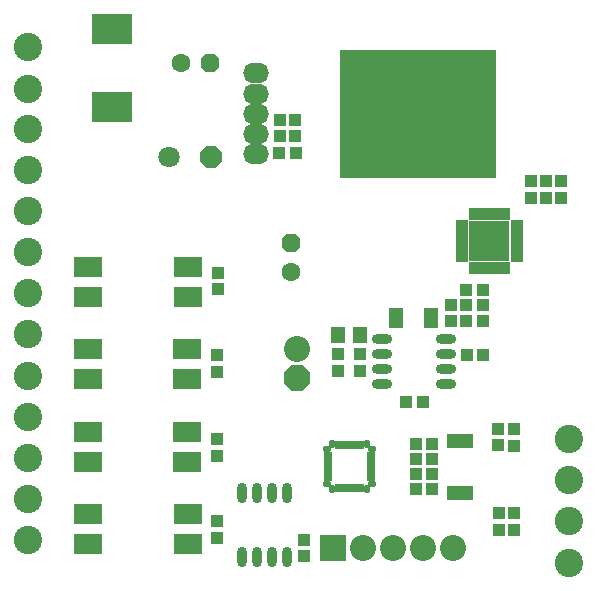
<source format=gts>
G04*
G04 #@! TF.GenerationSoftware,Altium Limited,Altium Designer,20.1.7 (139)*
G04*
G04 Layer_Color=8388736*
%FSLAX44Y44*%
%MOMM*%
G71*
G04*
G04 #@! TF.SameCoordinates,D9D12B98-CB1C-4D42-AED5-E8A1094860EB*
G04*
G04*
G04 #@! TF.FilePolarity,Negative*
G04*
G01*
G75*
G04:AMPARAMS|DCode=15|XSize=0.6032mm|YSize=0.5032mm|CornerRadius=0mm|HoleSize=0mm|Usage=FLASHONLY|Rotation=0.000|XOffset=0mm|YOffset=0mm|HoleType=Round|Shape=Octagon|*
%AMOCTAGOND15*
4,1,8,0.3016,-0.1258,0.3016,0.1258,0.1758,0.2516,-0.1758,0.2516,-0.3016,0.1258,-0.3016,-0.1258,-0.1758,-0.2516,0.1758,-0.2516,0.3016,-0.1258,0.0*
%
%ADD15OCTAGOND15*%

G04:AMPARAMS|DCode=16|XSize=0.6032mm|YSize=0.5032mm|CornerRadius=0mm|HoleSize=0mm|Usage=FLASHONLY|Rotation=90.000|XOffset=0mm|YOffset=0mm|HoleType=Round|Shape=Octagon|*
%AMOCTAGOND16*
4,1,8,0.1258,0.3016,-0.1258,0.3016,-0.2516,0.1758,-0.2516,-0.1758,-0.1258,-0.3016,0.1258,-0.3016,0.2516,-0.1758,0.2516,0.1758,0.1258,0.3016,0.0*
%
%ADD16OCTAGOND16*%

%ADD17R,0.5032X0.7032*%
%ADD18R,0.7032X0.5032*%
%ADD19R,2.4032X1.8032*%
G04:AMPARAMS|DCode=20|XSize=1.7532mm|YSize=0.8032mm|CornerRadius=0.4016mm|HoleSize=0mm|Usage=FLASHONLY|Rotation=270.000|XOffset=0mm|YOffset=0mm|HoleType=Round|Shape=RoundedRectangle|*
%AMROUNDEDRECTD20*
21,1,1.7532,0.0000,0,0,270.0*
21,1,0.9500,0.8032,0,0,270.0*
1,1,0.8032,0.0000,-0.4750*
1,1,0.8032,0.0000,0.4750*
1,1,0.8032,0.0000,0.4750*
1,1,0.8032,0.0000,-0.4750*
%
%ADD20ROUNDEDRECTD20*%
%ADD21R,1.0532X1.0532*%
%ADD22R,2.2032X1.2032*%
%ADD23R,1.0532X1.0532*%
%ADD24R,1.0032X0.5032*%
%ADD25R,0.5032X1.0032*%
%ADD26R,3.3532X3.3532*%
%ADD27R,1.2032X1.8032*%
%ADD28R,1.2032X0.7032*%
%ADD29R,13.2032X10.9032*%
%ADD30R,3.5032X2.6032*%
G04:AMPARAMS|DCode=31|XSize=1.7532mm|YSize=0.8032mm|CornerRadius=0.4016mm|HoleSize=0mm|Usage=FLASHONLY|Rotation=180.000|XOffset=0mm|YOffset=0mm|HoleType=Round|Shape=RoundedRectangle|*
%AMROUNDEDRECTD31*
21,1,1.7532,0.0000,0,0,180.0*
21,1,0.9500,0.8032,0,0,180.0*
1,1,0.8032,-0.4750,0.0000*
1,1,0.8032,0.4750,0.0000*
1,1,0.8032,0.4750,0.0000*
1,1,0.8032,-0.4750,0.0000*
%
%ADD31ROUNDEDRECTD31*%
%ADD32C,2.4032*%
%ADD33C,1.8032*%
%ADD34P,1.9518X8X202.5*%
%ADD35C,2.2032*%
%ADD36R,2.2032X2.2032*%
%ADD37C,0.9032*%
%ADD38P,1.7353X8X292.5*%
%ADD39C,1.6032*%
%ADD40O,2.2032X1.7032*%
%ADD41P,1.7353X8X202.5*%
%ADD42P,2.3848X8X112.5*%
D15*
X333750Y121000D02*
D03*
X295750Y91000D02*
D03*
Y121000D02*
D03*
X333750Y91000D02*
D03*
D16*
X329750Y125000D02*
D03*
Y87000D02*
D03*
X299750D02*
D03*
Y125000D02*
D03*
D17*
X324750Y88000D02*
D03*
X319750D02*
D03*
X314750D02*
D03*
X309750D02*
D03*
X304750D02*
D03*
Y124000D02*
D03*
X309750D02*
D03*
X314750D02*
D03*
X319750D02*
D03*
X324750D02*
D03*
D18*
X296750Y96000D02*
D03*
Y101000D02*
D03*
Y106000D02*
D03*
Y111000D02*
D03*
Y116000D02*
D03*
X332750D02*
D03*
Y111000D02*
D03*
Y106000D02*
D03*
Y101000D02*
D03*
Y96000D02*
D03*
D19*
X177750Y249550D02*
D03*
Y274950D02*
D03*
X93750Y249550D02*
D03*
Y274950D02*
D03*
X177250Y179800D02*
D03*
Y205200D02*
D03*
X93250Y179800D02*
D03*
Y205200D02*
D03*
X177250Y110050D02*
D03*
Y135450D02*
D03*
X93250Y110050D02*
D03*
Y135450D02*
D03*
X177750Y40100D02*
D03*
Y65500D02*
D03*
X93750Y40100D02*
D03*
Y65500D02*
D03*
D20*
X261550Y29750D02*
D03*
X248850D02*
D03*
X236150D02*
D03*
X223450D02*
D03*
Y83750D02*
D03*
X236150D02*
D03*
X248850D02*
D03*
X261550D02*
D03*
D21*
X202250Y45500D02*
D03*
Y59500D02*
D03*
X276000Y44000D02*
D03*
Y30000D02*
D03*
X454000Y52250D02*
D03*
Y66250D02*
D03*
X441250Y52500D02*
D03*
Y66500D02*
D03*
X453750Y123500D02*
D03*
Y137500D02*
D03*
X440750Y123750D02*
D03*
Y137750D02*
D03*
X493750Y333500D02*
D03*
Y347500D02*
D03*
X481250Y333500D02*
D03*
Y347500D02*
D03*
X468750Y333500D02*
D03*
Y347500D02*
D03*
X427500Y228750D02*
D03*
Y242750D02*
D03*
X413500Y228750D02*
D03*
Y242750D02*
D03*
X401000Y242750D02*
D03*
Y228750D02*
D03*
X305000Y187000D02*
D03*
Y201000D02*
D03*
X323500Y187000D02*
D03*
Y201000D02*
D03*
X202250Y186000D02*
D03*
Y200000D02*
D03*
X203250Y256000D02*
D03*
Y270000D02*
D03*
X268750Y399500D02*
D03*
Y385500D02*
D03*
X256250D02*
D03*
Y399500D02*
D03*
X202250Y129250D02*
D03*
Y115250D02*
D03*
D22*
X408500Y127750D02*
D03*
Y83750D02*
D03*
D23*
X385000Y125250D02*
D03*
X371000D02*
D03*
Y112500D02*
D03*
X385000D02*
D03*
X371000Y99750D02*
D03*
X385000D02*
D03*
X371000Y87250D02*
D03*
X385000D02*
D03*
X413500Y255250D02*
D03*
X427500D02*
D03*
X428000Y200750D02*
D03*
X414000D02*
D03*
X269250Y371750D02*
D03*
X255250D02*
D03*
X363000Y160750D02*
D03*
X377000D02*
D03*
D24*
X456250Y282000D02*
D03*
Y287000D02*
D03*
Y292000D02*
D03*
Y297000D02*
D03*
Y302000D02*
D03*
Y307000D02*
D03*
Y312000D02*
D03*
X410250D02*
D03*
Y307000D02*
D03*
Y302000D02*
D03*
Y297000D02*
D03*
Y292000D02*
D03*
Y287000D02*
D03*
Y282000D02*
D03*
D25*
X448250Y320000D02*
D03*
X443250D02*
D03*
X438250D02*
D03*
X433250D02*
D03*
X428250D02*
D03*
X423250D02*
D03*
X418250D02*
D03*
Y274000D02*
D03*
X423250D02*
D03*
X428250D02*
D03*
X433250D02*
D03*
X438250D02*
D03*
X443250D02*
D03*
X448250D02*
D03*
D26*
X433250Y297000D02*
D03*
D27*
X384250Y231500D02*
D03*
X354250D02*
D03*
D28*
X323500Y220750D02*
D03*
Y213750D02*
D03*
X304750Y220750D02*
D03*
Y213750D02*
D03*
D29*
X373000Y404750D02*
D03*
D30*
X113500Y410500D02*
D03*
Y476500D02*
D03*
D31*
X396750Y175700D02*
D03*
Y188400D02*
D03*
Y201100D02*
D03*
Y213800D02*
D03*
X342750D02*
D03*
Y201100D02*
D03*
Y188400D02*
D03*
Y175700D02*
D03*
D32*
X43000Y43500D02*
D03*
Y78500D02*
D03*
X43000Y113250D02*
D03*
Y148250D02*
D03*
Y183000D02*
D03*
Y218000D02*
D03*
Y252750D02*
D03*
Y287750D02*
D03*
X43000Y392000D02*
D03*
Y357000D02*
D03*
Y322000D02*
D03*
X43000Y425750D02*
D03*
Y460750D02*
D03*
X500750Y129500D02*
D03*
Y94500D02*
D03*
X500750Y59500D02*
D03*
Y24500D02*
D03*
D33*
X162250Y368000D02*
D03*
D34*
X197250D02*
D03*
D35*
X402600Y37000D02*
D03*
X377200D02*
D03*
X326400D02*
D03*
X351800D02*
D03*
X270500Y205750D02*
D03*
D36*
X301000Y37000D02*
D03*
D37*
X443250Y307000D02*
D03*
X423250D02*
D03*
Y287000D02*
D03*
X443250D02*
D03*
X433250Y297000D02*
D03*
D38*
X265250Y295250D02*
D03*
D39*
Y270250D02*
D03*
X172000Y447750D02*
D03*
D40*
X236000Y438750D02*
D03*
Y421750D02*
D03*
Y404750D02*
D03*
Y387750D02*
D03*
Y370750D02*
D03*
D41*
X197000Y447750D02*
D03*
D42*
X270500Y180750D02*
D03*
M02*

</source>
